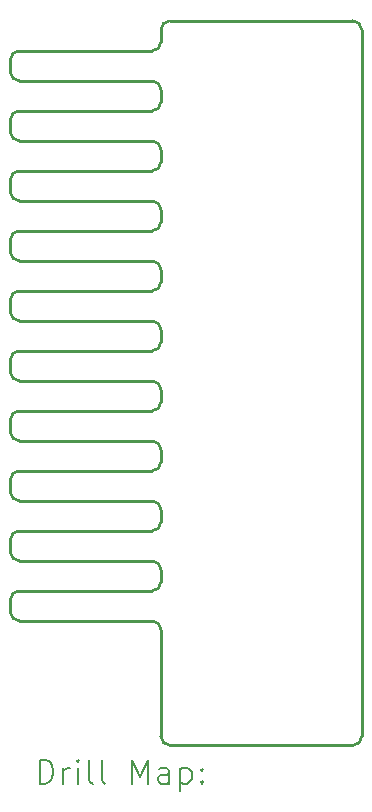
<source format=gbr>
%TF.GenerationSoftware,KiCad,Pcbnew,7.0.10*%
%TF.CreationDate,2024-07-21T08:04:50-04:00*%
%TF.ProjectId,12.1.1 - PLC Connector,31322e31-2e31-4202-9d20-504c4320436f,rev?*%
%TF.SameCoordinates,Original*%
%TF.FileFunction,Drillmap*%
%TF.FilePolarity,Positive*%
%FSLAX45Y45*%
G04 Gerber Fmt 4.5, Leading zero omitted, Abs format (unit mm)*
G04 Created by KiCad (PCBNEW 7.0.10) date 2024-07-21 08:04:50*
%MOMM*%
%LPD*%
G01*
G04 APERTURE LIST*
%ADD10C,0.250000*%
%ADD11C,0.200000*%
G04 APERTURE END LIST*
D10*
X14413613Y-11506217D02*
G75*
G03*
X14338614Y-11431217I-75003J-3D01*
G01*
X13213614Y-8129224D02*
G75*
G03*
X13138614Y-8204217I-5J-74996D01*
G01*
X14413614Y-12626217D02*
X14413614Y-12522217D01*
X14413614Y-10086217D02*
X14413614Y-9982217D01*
X13213614Y-8637217D02*
X14338614Y-8637217D01*
X16038614Y-14009224D02*
G75*
G03*
X16113614Y-13934217I-5J75005D01*
G01*
X14413614Y-11610217D02*
X14413614Y-11506217D01*
X13138613Y-9324217D02*
G75*
G03*
X13213614Y-9399217I74997J-3D01*
G01*
X14413614Y-13934217D02*
X14413614Y-13030217D01*
X13213614Y-9653225D02*
G75*
G03*
X13138614Y-9728217I-5J-74996D01*
G01*
X13138613Y-10848217D02*
G75*
G03*
X13213614Y-10923217I74997J-3D01*
G01*
X13138614Y-8816217D02*
X13138614Y-8712217D01*
X14413613Y-9474217D02*
G75*
G03*
X14338614Y-9399217I-75003J-3D01*
G01*
X13213614Y-11177217D02*
X14338614Y-11177217D01*
X13138614Y-9832217D02*
X13138614Y-9728217D01*
X14338614Y-8891217D02*
X13213614Y-8891217D01*
X14338614Y-12193224D02*
G75*
G03*
X14413614Y-12118217I-5J75005D01*
G01*
X13213614Y-9145217D02*
X14338614Y-9145217D01*
X14488614Y-7875217D02*
X16038614Y-7875217D01*
X13213614Y-10669225D02*
G75*
G03*
X13138614Y-10744217I-5J-74996D01*
G01*
X14413614Y-11102217D02*
X14413614Y-10998217D01*
X14413613Y-13934217D02*
G75*
G03*
X14488614Y-14009217I74997J-3D01*
G01*
X13138613Y-8308217D02*
G75*
G03*
X13213614Y-8383217I74997J-3D01*
G01*
X14338614Y-11685224D02*
G75*
G03*
X14413614Y-11610217I-5J75005D01*
G01*
X13213614Y-12193217D02*
X14338614Y-12193217D01*
X16038614Y-14009217D02*
X14488614Y-14009217D01*
X13213614Y-10669217D02*
X14338614Y-10669217D01*
X14338614Y-10161225D02*
G75*
G03*
X14413614Y-10086217I-5J75005D01*
G01*
X14413613Y-8966217D02*
G75*
G03*
X14338614Y-8891217I-75003J-3D01*
G01*
X14338614Y-10923217D02*
X13213614Y-10923217D01*
X14413614Y-8562217D02*
X14413614Y-8458217D01*
X14338614Y-10669225D02*
G75*
G03*
X14413614Y-10594217I-5J75005D01*
G01*
X13138614Y-12880217D02*
X13138614Y-12776217D01*
X14413614Y-8054217D02*
X14413614Y-7950217D01*
X13138614Y-12372217D02*
X13138614Y-12268217D01*
X16113614Y-7950217D02*
X16113614Y-13934217D01*
X14413613Y-8458217D02*
G75*
G03*
X14338614Y-8383217I-75003J-3D01*
G01*
X13138614Y-10340217D02*
X13138614Y-10236217D01*
X13138614Y-10848217D02*
X13138614Y-10744217D01*
X13138613Y-12372217D02*
G75*
G03*
X13213614Y-12447217I74997J-3D01*
G01*
X13213614Y-12701217D02*
X14338614Y-12701217D01*
X14338614Y-12447217D02*
X13213614Y-12447217D01*
X13138613Y-8816217D02*
G75*
G03*
X13213614Y-8891217I74997J-3D01*
G01*
X14413614Y-9070217D02*
X14413614Y-8966217D01*
X14338614Y-9145225D02*
G75*
G03*
X14413614Y-9070217I-5J75005D01*
G01*
X13138613Y-10340217D02*
G75*
G03*
X13213614Y-10415217I74997J-3D01*
G01*
X13138614Y-11864217D02*
X13138614Y-11760217D01*
X14413613Y-12522217D02*
G75*
G03*
X14338614Y-12447217I-75003J-3D01*
G01*
X14413613Y-9982217D02*
G75*
G03*
X14338614Y-9907217I-75003J-3D01*
G01*
X14488614Y-7875224D02*
G75*
G03*
X14413614Y-7950217I-5J-74996D01*
G01*
X13213614Y-9145225D02*
G75*
G03*
X13138614Y-9220217I-5J-74996D01*
G01*
X16113613Y-7950217D02*
G75*
G03*
X16038614Y-7875217I-75003J-3D01*
G01*
X14413613Y-12014217D02*
G75*
G03*
X14338614Y-11939217I-75003J-3D01*
G01*
X13138613Y-12880217D02*
G75*
G03*
X13213614Y-12955217I74997J-3D01*
G01*
X13138613Y-11864217D02*
G75*
G03*
X13213614Y-11939217I74997J-3D01*
G01*
X13213614Y-10161225D02*
G75*
G03*
X13138614Y-10236217I-5J-74996D01*
G01*
X13213614Y-9653217D02*
X14338614Y-9653217D01*
X13138614Y-11356217D02*
X13138614Y-11252217D01*
X13213614Y-12701224D02*
G75*
G03*
X13138614Y-12776217I-5J-74996D01*
G01*
X14338614Y-8129224D02*
G75*
G03*
X14413614Y-8054217I-5J75005D01*
G01*
X13213614Y-8129217D02*
X14338614Y-8129217D01*
X13138614Y-9324217D02*
X13138614Y-9220217D01*
X13213614Y-11177225D02*
G75*
G03*
X13138614Y-11252217I-5J-74995D01*
G01*
X14338614Y-9399217D02*
X13213614Y-9399217D01*
X13213614Y-8637225D02*
G75*
G03*
X13138614Y-8712217I-5J-74996D01*
G01*
X14338614Y-12701224D02*
G75*
G03*
X14413614Y-12626217I-5J75005D01*
G01*
X14338614Y-11939217D02*
X13213614Y-11939217D01*
X14338614Y-9653225D02*
G75*
G03*
X14413614Y-9578217I-5J75005D01*
G01*
X13213614Y-10161217D02*
X14338614Y-10161217D01*
X14338614Y-8637225D02*
G75*
G03*
X14413614Y-8562217I-5J75005D01*
G01*
X13213614Y-11685224D02*
G75*
G03*
X13138614Y-11760217I-5J-74996D01*
G01*
X13138614Y-8308217D02*
X13138614Y-8204217D01*
X13213614Y-11685217D02*
X14338614Y-11685217D01*
X14413614Y-10594217D02*
X14413614Y-10490217D01*
X14413613Y-10490217D02*
G75*
G03*
X14338614Y-10415217I-75003J-3D01*
G01*
X13213614Y-12193224D02*
G75*
G03*
X13138614Y-12268217I-5J-74996D01*
G01*
X14338614Y-10415217D02*
X13213614Y-10415217D01*
X14413614Y-12118217D02*
X14413614Y-12014217D01*
X14413614Y-9578217D02*
X14413614Y-9474217D01*
X14338614Y-11177225D02*
G75*
G03*
X14413614Y-11102217I-5J75005D01*
G01*
X13138613Y-9832217D02*
G75*
G03*
X13213614Y-9907217I74997J-3D01*
G01*
X13138613Y-11356217D02*
G75*
G03*
X13213614Y-11431217I74997J-3D01*
G01*
X14413613Y-13030217D02*
G75*
G03*
X14338614Y-12955217I-75003J-3D01*
G01*
X14338614Y-8383217D02*
X13213614Y-8383217D01*
X14413613Y-10998217D02*
G75*
G03*
X14338614Y-10923217I-75003J-3D01*
G01*
X14338614Y-11431217D02*
X13213614Y-11431217D01*
X14338614Y-12955217D02*
X13213614Y-12955217D01*
X14338614Y-9907217D02*
X13213614Y-9907217D01*
D11*
X13386890Y-14333200D02*
X13386890Y-14133200D01*
X13386890Y-14133200D02*
X13434509Y-14133200D01*
X13434509Y-14133200D02*
X13463081Y-14142724D01*
X13463081Y-14142724D02*
X13482128Y-14161772D01*
X13482128Y-14161772D02*
X13491652Y-14180819D01*
X13491652Y-14180819D02*
X13501176Y-14218915D01*
X13501176Y-14218915D02*
X13501176Y-14247486D01*
X13501176Y-14247486D02*
X13491652Y-14285581D01*
X13491652Y-14285581D02*
X13482128Y-14304629D01*
X13482128Y-14304629D02*
X13463081Y-14323677D01*
X13463081Y-14323677D02*
X13434509Y-14333200D01*
X13434509Y-14333200D02*
X13386890Y-14333200D01*
X13586890Y-14333200D02*
X13586890Y-14199867D01*
X13586890Y-14237962D02*
X13596414Y-14218915D01*
X13596414Y-14218915D02*
X13605938Y-14209391D01*
X13605938Y-14209391D02*
X13624985Y-14199867D01*
X13624985Y-14199867D02*
X13644033Y-14199867D01*
X13710700Y-14333200D02*
X13710700Y-14199867D01*
X13710700Y-14133200D02*
X13701176Y-14142724D01*
X13701176Y-14142724D02*
X13710700Y-14152248D01*
X13710700Y-14152248D02*
X13720223Y-14142724D01*
X13720223Y-14142724D02*
X13710700Y-14133200D01*
X13710700Y-14133200D02*
X13710700Y-14152248D01*
X13834509Y-14333200D02*
X13815462Y-14323677D01*
X13815462Y-14323677D02*
X13805938Y-14304629D01*
X13805938Y-14304629D02*
X13805938Y-14133200D01*
X13939271Y-14333200D02*
X13920223Y-14323677D01*
X13920223Y-14323677D02*
X13910700Y-14304629D01*
X13910700Y-14304629D02*
X13910700Y-14133200D01*
X14167843Y-14333200D02*
X14167843Y-14133200D01*
X14167843Y-14133200D02*
X14234509Y-14276057D01*
X14234509Y-14276057D02*
X14301176Y-14133200D01*
X14301176Y-14133200D02*
X14301176Y-14333200D01*
X14482128Y-14333200D02*
X14482128Y-14228438D01*
X14482128Y-14228438D02*
X14472604Y-14209391D01*
X14472604Y-14209391D02*
X14453557Y-14199867D01*
X14453557Y-14199867D02*
X14415462Y-14199867D01*
X14415462Y-14199867D02*
X14396414Y-14209391D01*
X14482128Y-14323677D02*
X14463081Y-14333200D01*
X14463081Y-14333200D02*
X14415462Y-14333200D01*
X14415462Y-14333200D02*
X14396414Y-14323677D01*
X14396414Y-14323677D02*
X14386890Y-14304629D01*
X14386890Y-14304629D02*
X14386890Y-14285581D01*
X14386890Y-14285581D02*
X14396414Y-14266534D01*
X14396414Y-14266534D02*
X14415462Y-14257010D01*
X14415462Y-14257010D02*
X14463081Y-14257010D01*
X14463081Y-14257010D02*
X14482128Y-14247486D01*
X14577366Y-14199867D02*
X14577366Y-14399867D01*
X14577366Y-14209391D02*
X14596414Y-14199867D01*
X14596414Y-14199867D02*
X14634509Y-14199867D01*
X14634509Y-14199867D02*
X14653557Y-14209391D01*
X14653557Y-14209391D02*
X14663081Y-14218915D01*
X14663081Y-14218915D02*
X14672604Y-14237962D01*
X14672604Y-14237962D02*
X14672604Y-14295105D01*
X14672604Y-14295105D02*
X14663081Y-14314153D01*
X14663081Y-14314153D02*
X14653557Y-14323677D01*
X14653557Y-14323677D02*
X14634509Y-14333200D01*
X14634509Y-14333200D02*
X14596414Y-14333200D01*
X14596414Y-14333200D02*
X14577366Y-14323677D01*
X14758319Y-14314153D02*
X14767843Y-14323677D01*
X14767843Y-14323677D02*
X14758319Y-14333200D01*
X14758319Y-14333200D02*
X14748795Y-14323677D01*
X14748795Y-14323677D02*
X14758319Y-14314153D01*
X14758319Y-14314153D02*
X14758319Y-14333200D01*
X14758319Y-14209391D02*
X14767843Y-14218915D01*
X14767843Y-14218915D02*
X14758319Y-14228438D01*
X14758319Y-14228438D02*
X14748795Y-14218915D01*
X14748795Y-14218915D02*
X14758319Y-14209391D01*
X14758319Y-14209391D02*
X14758319Y-14228438D01*
M02*

</source>
